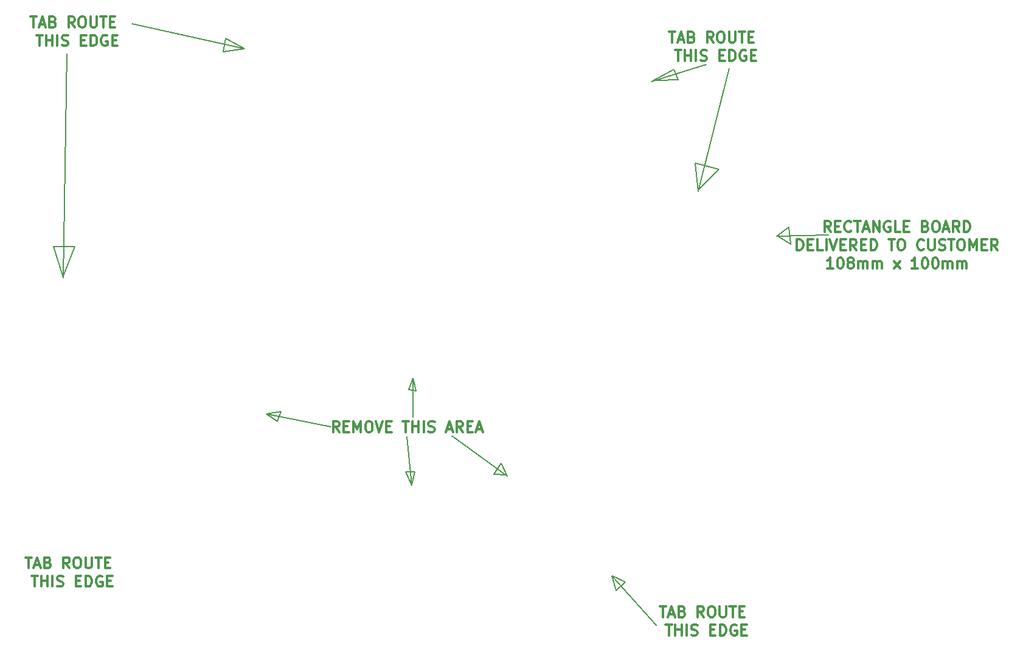
<source format=gbr>
G04 #@! TF.GenerationSoftware,KiCad,Pcbnew,(5.0.2)-1*
G04 #@! TF.CreationDate,2019-01-08T10:51:14-07:00*
G04 #@! TF.ProjectId,MagSensor,4d616753-656e-4736-9f72-2e6b69636164,rev?*
G04 #@! TF.SameCoordinates,Original*
G04 #@! TF.FileFunction,Other,Comment*
%FSLAX46Y46*%
G04 Gerber Fmt 4.6, Leading zero omitted, Abs format (unit mm)*
G04 Created by KiCad (PCBNEW (5.0.2)-1) date 1/8/2019 10:51:14 AM*
%MOMM*%
%LPD*%
G01*
G04 APERTURE LIST*
%ADD10C,0.200000*%
%ADD11C,0.300000*%
G04 APERTURE END LIST*
D10*
X109323088Y-139905684D02*
X107823088Y-138905684D01*
X109823088Y-138505684D02*
X109323088Y-139905684D01*
X107823088Y-138905684D02*
X109823088Y-138505684D01*
X116823088Y-140605684D02*
X107823088Y-138905684D01*
X128523088Y-146905684D02*
X128023088Y-148705684D01*
X127223088Y-146905684D02*
X128523088Y-146905684D01*
X128023088Y-148805684D02*
X127223088Y-146905684D01*
X127423088Y-142005684D02*
X128023088Y-148805684D01*
X139523088Y-147205684D02*
X141223088Y-147305684D01*
X140523088Y-145705684D02*
X139523088Y-147205684D01*
X141323088Y-147505684D02*
X140523088Y-145705684D01*
X133623088Y-141905684D02*
X141323088Y-147505684D01*
X128623088Y-135605684D02*
X128223088Y-133905684D01*
X127623088Y-135505684D02*
X128623088Y-135605684D01*
X128223088Y-133905684D02*
X127623088Y-135505684D01*
X128223088Y-139305684D02*
X128223088Y-133905684D01*
X170823088Y-104805684D02*
X168123088Y-107505684D01*
X167523088Y-104005684D02*
X170823088Y-104805684D01*
X167923088Y-107905684D02*
X167523088Y-104005684D01*
X172223088Y-90805684D02*
X167923088Y-107905684D01*
X165123088Y-92405684D02*
X162223088Y-92505684D01*
X164523088Y-90905684D02*
X165123088Y-92405684D01*
X161423088Y-92605684D02*
X164523088Y-90905684D01*
X169023088Y-90305684D02*
X161423088Y-92605684D01*
D11*
X163887373Y-85709255D02*
X164744516Y-85709255D01*
X164315945Y-87209255D02*
X164315945Y-85709255D01*
X165173088Y-86780684D02*
X165887373Y-86780684D01*
X165030230Y-87209255D02*
X165530230Y-85709255D01*
X166030230Y-87209255D01*
X167030230Y-86423541D02*
X167244516Y-86494969D01*
X167315945Y-86566398D01*
X167387373Y-86709255D01*
X167387373Y-86923541D01*
X167315945Y-87066398D01*
X167244516Y-87137826D01*
X167101659Y-87209255D01*
X166530230Y-87209255D01*
X166530230Y-85709255D01*
X167030230Y-85709255D01*
X167173088Y-85780684D01*
X167244516Y-85852112D01*
X167315945Y-85994969D01*
X167315945Y-86137826D01*
X167244516Y-86280684D01*
X167173088Y-86352112D01*
X167030230Y-86423541D01*
X166530230Y-86423541D01*
X170030230Y-87209255D02*
X169530230Y-86494969D01*
X169173088Y-87209255D02*
X169173088Y-85709255D01*
X169744516Y-85709255D01*
X169887373Y-85780684D01*
X169958802Y-85852112D01*
X170030230Y-85994969D01*
X170030230Y-86209255D01*
X169958802Y-86352112D01*
X169887373Y-86423541D01*
X169744516Y-86494969D01*
X169173088Y-86494969D01*
X170958802Y-85709255D02*
X171244516Y-85709255D01*
X171387373Y-85780684D01*
X171530230Y-85923541D01*
X171601659Y-86209255D01*
X171601659Y-86709255D01*
X171530230Y-86994969D01*
X171387373Y-87137826D01*
X171244516Y-87209255D01*
X170958802Y-87209255D01*
X170815945Y-87137826D01*
X170673088Y-86994969D01*
X170601659Y-86709255D01*
X170601659Y-86209255D01*
X170673088Y-85923541D01*
X170815945Y-85780684D01*
X170958802Y-85709255D01*
X172244516Y-85709255D02*
X172244516Y-86923541D01*
X172315945Y-87066398D01*
X172387373Y-87137826D01*
X172530230Y-87209255D01*
X172815945Y-87209255D01*
X172958802Y-87137826D01*
X173030230Y-87066398D01*
X173101659Y-86923541D01*
X173101659Y-85709255D01*
X173601659Y-85709255D02*
X174458802Y-85709255D01*
X174030230Y-87209255D02*
X174030230Y-85709255D01*
X174958802Y-86423541D02*
X175458802Y-86423541D01*
X175673088Y-87209255D02*
X174958802Y-87209255D01*
X174958802Y-85709255D01*
X175673088Y-85709255D01*
X164708802Y-88259255D02*
X165565945Y-88259255D01*
X165137373Y-89759255D02*
X165137373Y-88259255D01*
X166065945Y-89759255D02*
X166065945Y-88259255D01*
X166065945Y-88973541D02*
X166923088Y-88973541D01*
X166923088Y-89759255D02*
X166923088Y-88259255D01*
X167637373Y-89759255D02*
X167637373Y-88259255D01*
X168280230Y-89687826D02*
X168494516Y-89759255D01*
X168851659Y-89759255D01*
X168994516Y-89687826D01*
X169065945Y-89616398D01*
X169137373Y-89473541D01*
X169137373Y-89330684D01*
X169065945Y-89187826D01*
X168994516Y-89116398D01*
X168851659Y-89044969D01*
X168565945Y-88973541D01*
X168423088Y-88902112D01*
X168351659Y-88830684D01*
X168280230Y-88687826D01*
X168280230Y-88544969D01*
X168351659Y-88402112D01*
X168423088Y-88330684D01*
X168565945Y-88259255D01*
X168923088Y-88259255D01*
X169137373Y-88330684D01*
X170923088Y-88973541D02*
X171423088Y-88973541D01*
X171637373Y-89759255D02*
X170923088Y-89759255D01*
X170923088Y-88259255D01*
X171637373Y-88259255D01*
X172280230Y-89759255D02*
X172280230Y-88259255D01*
X172637373Y-88259255D01*
X172851659Y-88330684D01*
X172994516Y-88473541D01*
X173065945Y-88616398D01*
X173137373Y-88902112D01*
X173137373Y-89116398D01*
X173065945Y-89402112D01*
X172994516Y-89544969D01*
X172851659Y-89687826D01*
X172637373Y-89759255D01*
X172280230Y-89759255D01*
X174565945Y-88330684D02*
X174423088Y-88259255D01*
X174208802Y-88259255D01*
X173994516Y-88330684D01*
X173851659Y-88473541D01*
X173780230Y-88616398D01*
X173708802Y-88902112D01*
X173708802Y-89116398D01*
X173780230Y-89402112D01*
X173851659Y-89544969D01*
X173994516Y-89687826D01*
X174208802Y-89759255D01*
X174351659Y-89759255D01*
X174565945Y-89687826D01*
X174637373Y-89616398D01*
X174637373Y-89116398D01*
X174351659Y-89116398D01*
X175280230Y-88973541D02*
X175780230Y-88973541D01*
X175994516Y-89759255D02*
X175280230Y-89759255D01*
X175280230Y-88259255D01*
X175994516Y-88259255D01*
D10*
X81123088Y-115605684D02*
X79623088Y-119505684D01*
X78223088Y-115605684D02*
X81123088Y-115605684D01*
X79523088Y-119905684D02*
X78223088Y-115605684D01*
X80023088Y-88705684D02*
X79523088Y-119905684D01*
X101823088Y-88505684D02*
X104823088Y-88105684D01*
X102123088Y-86605684D02*
X101823088Y-88505684D01*
X104823088Y-88105684D02*
X102123088Y-86605684D01*
X89123088Y-84605684D02*
X104823088Y-88105684D01*
D11*
X74987373Y-83609255D02*
X75844516Y-83609255D01*
X75415945Y-85109255D02*
X75415945Y-83609255D01*
X76273088Y-84680684D02*
X76987373Y-84680684D01*
X76130230Y-85109255D02*
X76630230Y-83609255D01*
X77130230Y-85109255D01*
X78130230Y-84323541D02*
X78344516Y-84394969D01*
X78415945Y-84466398D01*
X78487373Y-84609255D01*
X78487373Y-84823541D01*
X78415945Y-84966398D01*
X78344516Y-85037826D01*
X78201659Y-85109255D01*
X77630230Y-85109255D01*
X77630230Y-83609255D01*
X78130230Y-83609255D01*
X78273088Y-83680684D01*
X78344516Y-83752112D01*
X78415945Y-83894969D01*
X78415945Y-84037826D01*
X78344516Y-84180684D01*
X78273088Y-84252112D01*
X78130230Y-84323541D01*
X77630230Y-84323541D01*
X81130230Y-85109255D02*
X80630230Y-84394969D01*
X80273088Y-85109255D02*
X80273088Y-83609255D01*
X80844516Y-83609255D01*
X80987373Y-83680684D01*
X81058802Y-83752112D01*
X81130230Y-83894969D01*
X81130230Y-84109255D01*
X81058802Y-84252112D01*
X80987373Y-84323541D01*
X80844516Y-84394969D01*
X80273088Y-84394969D01*
X82058802Y-83609255D02*
X82344516Y-83609255D01*
X82487373Y-83680684D01*
X82630230Y-83823541D01*
X82701659Y-84109255D01*
X82701659Y-84609255D01*
X82630230Y-84894969D01*
X82487373Y-85037826D01*
X82344516Y-85109255D01*
X82058802Y-85109255D01*
X81915945Y-85037826D01*
X81773088Y-84894969D01*
X81701659Y-84609255D01*
X81701659Y-84109255D01*
X81773088Y-83823541D01*
X81915945Y-83680684D01*
X82058802Y-83609255D01*
X83344516Y-83609255D02*
X83344516Y-84823541D01*
X83415945Y-84966398D01*
X83487373Y-85037826D01*
X83630230Y-85109255D01*
X83915945Y-85109255D01*
X84058802Y-85037826D01*
X84130230Y-84966398D01*
X84201659Y-84823541D01*
X84201659Y-83609255D01*
X84701659Y-83609255D02*
X85558802Y-83609255D01*
X85130230Y-85109255D02*
X85130230Y-83609255D01*
X86058802Y-84323541D02*
X86558802Y-84323541D01*
X86773088Y-85109255D02*
X86058802Y-85109255D01*
X86058802Y-83609255D01*
X86773088Y-83609255D01*
X75808802Y-86159255D02*
X76665945Y-86159255D01*
X76237373Y-87659255D02*
X76237373Y-86159255D01*
X77165945Y-87659255D02*
X77165945Y-86159255D01*
X77165945Y-86873541D02*
X78023088Y-86873541D01*
X78023088Y-87659255D02*
X78023088Y-86159255D01*
X78737373Y-87659255D02*
X78737373Y-86159255D01*
X79380230Y-87587826D02*
X79594516Y-87659255D01*
X79951659Y-87659255D01*
X80094516Y-87587826D01*
X80165945Y-87516398D01*
X80237373Y-87373541D01*
X80237373Y-87230684D01*
X80165945Y-87087826D01*
X80094516Y-87016398D01*
X79951659Y-86944969D01*
X79665945Y-86873541D01*
X79523088Y-86802112D01*
X79451659Y-86730684D01*
X79380230Y-86587826D01*
X79380230Y-86444969D01*
X79451659Y-86302112D01*
X79523088Y-86230684D01*
X79665945Y-86159255D01*
X80023088Y-86159255D01*
X80237373Y-86230684D01*
X82023088Y-86873541D02*
X82523088Y-86873541D01*
X82737373Y-87659255D02*
X82023088Y-87659255D01*
X82023088Y-86159255D01*
X82737373Y-86159255D01*
X83380230Y-87659255D02*
X83380230Y-86159255D01*
X83737373Y-86159255D01*
X83951659Y-86230684D01*
X84094516Y-86373541D01*
X84165945Y-86516398D01*
X84237373Y-86802112D01*
X84237373Y-87016398D01*
X84165945Y-87302112D01*
X84094516Y-87444969D01*
X83951659Y-87587826D01*
X83737373Y-87659255D01*
X83380230Y-87659255D01*
X85665945Y-86230684D02*
X85523088Y-86159255D01*
X85308802Y-86159255D01*
X85094516Y-86230684D01*
X84951659Y-86373541D01*
X84880230Y-86516398D01*
X84808802Y-86802112D01*
X84808802Y-87016398D01*
X84880230Y-87302112D01*
X84951659Y-87444969D01*
X85094516Y-87587826D01*
X85308802Y-87659255D01*
X85451659Y-87659255D01*
X85665945Y-87587826D01*
X85737373Y-87516398D01*
X85737373Y-87016398D01*
X85451659Y-87016398D01*
X86380230Y-86873541D02*
X86880230Y-86873541D01*
X87094516Y-87659255D02*
X86380230Y-87659255D01*
X86380230Y-86159255D01*
X87094516Y-86159255D01*
X74287373Y-158809255D02*
X75144516Y-158809255D01*
X74715945Y-160309255D02*
X74715945Y-158809255D01*
X75573088Y-159880684D02*
X76287373Y-159880684D01*
X75430230Y-160309255D02*
X75930230Y-158809255D01*
X76430230Y-160309255D01*
X77430230Y-159523541D02*
X77644516Y-159594969D01*
X77715945Y-159666398D01*
X77787373Y-159809255D01*
X77787373Y-160023541D01*
X77715945Y-160166398D01*
X77644516Y-160237826D01*
X77501659Y-160309255D01*
X76930230Y-160309255D01*
X76930230Y-158809255D01*
X77430230Y-158809255D01*
X77573088Y-158880684D01*
X77644516Y-158952112D01*
X77715945Y-159094969D01*
X77715945Y-159237826D01*
X77644516Y-159380684D01*
X77573088Y-159452112D01*
X77430230Y-159523541D01*
X76930230Y-159523541D01*
X80430230Y-160309255D02*
X79930230Y-159594969D01*
X79573088Y-160309255D02*
X79573088Y-158809255D01*
X80144516Y-158809255D01*
X80287373Y-158880684D01*
X80358802Y-158952112D01*
X80430230Y-159094969D01*
X80430230Y-159309255D01*
X80358802Y-159452112D01*
X80287373Y-159523541D01*
X80144516Y-159594969D01*
X79573088Y-159594969D01*
X81358802Y-158809255D02*
X81644516Y-158809255D01*
X81787373Y-158880684D01*
X81930230Y-159023541D01*
X82001659Y-159309255D01*
X82001659Y-159809255D01*
X81930230Y-160094969D01*
X81787373Y-160237826D01*
X81644516Y-160309255D01*
X81358802Y-160309255D01*
X81215945Y-160237826D01*
X81073088Y-160094969D01*
X81001659Y-159809255D01*
X81001659Y-159309255D01*
X81073088Y-159023541D01*
X81215945Y-158880684D01*
X81358802Y-158809255D01*
X82644516Y-158809255D02*
X82644516Y-160023541D01*
X82715945Y-160166398D01*
X82787373Y-160237826D01*
X82930230Y-160309255D01*
X83215945Y-160309255D01*
X83358802Y-160237826D01*
X83430230Y-160166398D01*
X83501659Y-160023541D01*
X83501659Y-158809255D01*
X84001659Y-158809255D02*
X84858802Y-158809255D01*
X84430230Y-160309255D02*
X84430230Y-158809255D01*
X85358802Y-159523541D02*
X85858802Y-159523541D01*
X86073088Y-160309255D02*
X85358802Y-160309255D01*
X85358802Y-158809255D01*
X86073088Y-158809255D01*
X75108802Y-161359255D02*
X75965945Y-161359255D01*
X75537373Y-162859255D02*
X75537373Y-161359255D01*
X76465945Y-162859255D02*
X76465945Y-161359255D01*
X76465945Y-162073541D02*
X77323088Y-162073541D01*
X77323088Y-162859255D02*
X77323088Y-161359255D01*
X78037373Y-162859255D02*
X78037373Y-161359255D01*
X78680230Y-162787826D02*
X78894516Y-162859255D01*
X79251659Y-162859255D01*
X79394516Y-162787826D01*
X79465945Y-162716398D01*
X79537373Y-162573541D01*
X79537373Y-162430684D01*
X79465945Y-162287826D01*
X79394516Y-162216398D01*
X79251659Y-162144969D01*
X78965945Y-162073541D01*
X78823088Y-162002112D01*
X78751659Y-161930684D01*
X78680230Y-161787826D01*
X78680230Y-161644969D01*
X78751659Y-161502112D01*
X78823088Y-161430684D01*
X78965945Y-161359255D01*
X79323088Y-161359255D01*
X79537373Y-161430684D01*
X81323088Y-162073541D02*
X81823088Y-162073541D01*
X82037373Y-162859255D02*
X81323088Y-162859255D01*
X81323088Y-161359255D01*
X82037373Y-161359255D01*
X82680230Y-162859255D02*
X82680230Y-161359255D01*
X83037373Y-161359255D01*
X83251659Y-161430684D01*
X83394516Y-161573541D01*
X83465945Y-161716398D01*
X83537373Y-162002112D01*
X83537373Y-162216398D01*
X83465945Y-162502112D01*
X83394516Y-162644969D01*
X83251659Y-162787826D01*
X83037373Y-162859255D01*
X82680230Y-162859255D01*
X84965945Y-161430684D02*
X84823088Y-161359255D01*
X84608802Y-161359255D01*
X84394516Y-161430684D01*
X84251659Y-161573541D01*
X84180230Y-161716398D01*
X84108802Y-162002112D01*
X84108802Y-162216398D01*
X84180230Y-162502112D01*
X84251659Y-162644969D01*
X84394516Y-162787826D01*
X84608802Y-162859255D01*
X84751659Y-162859255D01*
X84965945Y-162787826D01*
X85037373Y-162716398D01*
X85037373Y-162216398D01*
X84751659Y-162216398D01*
X85680230Y-162073541D02*
X86180230Y-162073541D01*
X86394516Y-162859255D02*
X85680230Y-162859255D01*
X85680230Y-161359255D01*
X86394516Y-161359255D01*
D10*
X157823088Y-162205684D02*
X156023088Y-161405684D01*
X156523088Y-163405684D02*
X157823088Y-162205684D01*
X155923088Y-161405684D02*
X156523088Y-163405684D01*
X162123088Y-168205684D02*
X155923088Y-161405684D01*
D11*
X162587373Y-165609255D02*
X163444516Y-165609255D01*
X163015945Y-167109255D02*
X163015945Y-165609255D01*
X163873088Y-166680684D02*
X164587373Y-166680684D01*
X163730230Y-167109255D02*
X164230230Y-165609255D01*
X164730230Y-167109255D01*
X165730230Y-166323541D02*
X165944516Y-166394969D01*
X166015945Y-166466398D01*
X166087373Y-166609255D01*
X166087373Y-166823541D01*
X166015945Y-166966398D01*
X165944516Y-167037826D01*
X165801659Y-167109255D01*
X165230230Y-167109255D01*
X165230230Y-165609255D01*
X165730230Y-165609255D01*
X165873088Y-165680684D01*
X165944516Y-165752112D01*
X166015945Y-165894969D01*
X166015945Y-166037826D01*
X165944516Y-166180684D01*
X165873088Y-166252112D01*
X165730230Y-166323541D01*
X165230230Y-166323541D01*
X168730230Y-167109255D02*
X168230230Y-166394969D01*
X167873088Y-167109255D02*
X167873088Y-165609255D01*
X168444516Y-165609255D01*
X168587373Y-165680684D01*
X168658802Y-165752112D01*
X168730230Y-165894969D01*
X168730230Y-166109255D01*
X168658802Y-166252112D01*
X168587373Y-166323541D01*
X168444516Y-166394969D01*
X167873088Y-166394969D01*
X169658802Y-165609255D02*
X169944516Y-165609255D01*
X170087373Y-165680684D01*
X170230230Y-165823541D01*
X170301659Y-166109255D01*
X170301659Y-166609255D01*
X170230230Y-166894969D01*
X170087373Y-167037826D01*
X169944516Y-167109255D01*
X169658802Y-167109255D01*
X169515945Y-167037826D01*
X169373088Y-166894969D01*
X169301659Y-166609255D01*
X169301659Y-166109255D01*
X169373088Y-165823541D01*
X169515945Y-165680684D01*
X169658802Y-165609255D01*
X170944516Y-165609255D02*
X170944516Y-166823541D01*
X171015945Y-166966398D01*
X171087373Y-167037826D01*
X171230230Y-167109255D01*
X171515945Y-167109255D01*
X171658802Y-167037826D01*
X171730230Y-166966398D01*
X171801659Y-166823541D01*
X171801659Y-165609255D01*
X172301659Y-165609255D02*
X173158802Y-165609255D01*
X172730230Y-167109255D02*
X172730230Y-165609255D01*
X173658802Y-166323541D02*
X174158802Y-166323541D01*
X174373088Y-167109255D02*
X173658802Y-167109255D01*
X173658802Y-165609255D01*
X174373088Y-165609255D01*
X163408802Y-168159255D02*
X164265945Y-168159255D01*
X163837373Y-169659255D02*
X163837373Y-168159255D01*
X164765945Y-169659255D02*
X164765945Y-168159255D01*
X164765945Y-168873541D02*
X165623088Y-168873541D01*
X165623088Y-169659255D02*
X165623088Y-168159255D01*
X166337373Y-169659255D02*
X166337373Y-168159255D01*
X166980230Y-169587826D02*
X167194516Y-169659255D01*
X167551659Y-169659255D01*
X167694516Y-169587826D01*
X167765945Y-169516398D01*
X167837373Y-169373541D01*
X167837373Y-169230684D01*
X167765945Y-169087826D01*
X167694516Y-169016398D01*
X167551659Y-168944969D01*
X167265945Y-168873541D01*
X167123088Y-168802112D01*
X167051659Y-168730684D01*
X166980230Y-168587826D01*
X166980230Y-168444969D01*
X167051659Y-168302112D01*
X167123088Y-168230684D01*
X167265945Y-168159255D01*
X167623088Y-168159255D01*
X167837373Y-168230684D01*
X169623088Y-168873541D02*
X170123088Y-168873541D01*
X170337373Y-169659255D02*
X169623088Y-169659255D01*
X169623088Y-168159255D01*
X170337373Y-168159255D01*
X170980230Y-169659255D02*
X170980230Y-168159255D01*
X171337373Y-168159255D01*
X171551659Y-168230684D01*
X171694516Y-168373541D01*
X171765945Y-168516398D01*
X171837373Y-168802112D01*
X171837373Y-169016398D01*
X171765945Y-169302112D01*
X171694516Y-169444969D01*
X171551659Y-169587826D01*
X171337373Y-169659255D01*
X170980230Y-169659255D01*
X173265945Y-168230684D02*
X173123088Y-168159255D01*
X172908802Y-168159255D01*
X172694516Y-168230684D01*
X172551659Y-168373541D01*
X172480230Y-168516398D01*
X172408802Y-168802112D01*
X172408802Y-169016398D01*
X172480230Y-169302112D01*
X172551659Y-169444969D01*
X172694516Y-169587826D01*
X172908802Y-169659255D01*
X173051659Y-169659255D01*
X173265945Y-169587826D01*
X173337373Y-169516398D01*
X173337373Y-169016398D01*
X173051659Y-169016398D01*
X173980230Y-168873541D02*
X174480230Y-168873541D01*
X174694516Y-169659255D02*
X173980230Y-169659255D01*
X173980230Y-168159255D01*
X174694516Y-168159255D01*
D10*
X180823088Y-115205684D02*
X179023088Y-114105684D01*
X180523088Y-112905684D02*
X180823088Y-115205684D01*
X178823088Y-114105684D02*
X180523088Y-112905684D01*
X186023088Y-114005684D02*
X178823088Y-114105684D01*
D11*
X186373088Y-113534255D02*
X185873088Y-112819969D01*
X185515945Y-113534255D02*
X185515945Y-112034255D01*
X186087373Y-112034255D01*
X186230230Y-112105684D01*
X186301659Y-112177112D01*
X186373088Y-112319969D01*
X186373088Y-112534255D01*
X186301659Y-112677112D01*
X186230230Y-112748541D01*
X186087373Y-112819969D01*
X185515945Y-112819969D01*
X187015945Y-112748541D02*
X187515945Y-112748541D01*
X187730230Y-113534255D02*
X187015945Y-113534255D01*
X187015945Y-112034255D01*
X187730230Y-112034255D01*
X189230230Y-113391398D02*
X189158802Y-113462826D01*
X188944516Y-113534255D01*
X188801659Y-113534255D01*
X188587373Y-113462826D01*
X188444516Y-113319969D01*
X188373088Y-113177112D01*
X188301659Y-112891398D01*
X188301659Y-112677112D01*
X188373088Y-112391398D01*
X188444516Y-112248541D01*
X188587373Y-112105684D01*
X188801659Y-112034255D01*
X188944516Y-112034255D01*
X189158802Y-112105684D01*
X189230230Y-112177112D01*
X189658802Y-112034255D02*
X190515945Y-112034255D01*
X190087373Y-113534255D02*
X190087373Y-112034255D01*
X190944516Y-113105684D02*
X191658802Y-113105684D01*
X190801659Y-113534255D02*
X191301659Y-112034255D01*
X191801659Y-113534255D01*
X192301659Y-113534255D02*
X192301659Y-112034255D01*
X193158802Y-113534255D01*
X193158802Y-112034255D01*
X194658802Y-112105684D02*
X194515945Y-112034255D01*
X194301659Y-112034255D01*
X194087373Y-112105684D01*
X193944516Y-112248541D01*
X193873088Y-112391398D01*
X193801659Y-112677112D01*
X193801659Y-112891398D01*
X193873088Y-113177112D01*
X193944516Y-113319969D01*
X194087373Y-113462826D01*
X194301659Y-113534255D01*
X194444516Y-113534255D01*
X194658802Y-113462826D01*
X194730230Y-113391398D01*
X194730230Y-112891398D01*
X194444516Y-112891398D01*
X196087373Y-113534255D02*
X195373088Y-113534255D01*
X195373088Y-112034255D01*
X196587373Y-112748541D02*
X197087373Y-112748541D01*
X197301659Y-113534255D02*
X196587373Y-113534255D01*
X196587373Y-112034255D01*
X197301659Y-112034255D01*
X199587373Y-112748541D02*
X199801659Y-112819969D01*
X199873088Y-112891398D01*
X199944516Y-113034255D01*
X199944516Y-113248541D01*
X199873088Y-113391398D01*
X199801659Y-113462826D01*
X199658802Y-113534255D01*
X199087373Y-113534255D01*
X199087373Y-112034255D01*
X199587373Y-112034255D01*
X199730230Y-112105684D01*
X199801659Y-112177112D01*
X199873088Y-112319969D01*
X199873088Y-112462826D01*
X199801659Y-112605684D01*
X199730230Y-112677112D01*
X199587373Y-112748541D01*
X199087373Y-112748541D01*
X200873088Y-112034255D02*
X201158802Y-112034255D01*
X201301659Y-112105684D01*
X201444516Y-112248541D01*
X201515945Y-112534255D01*
X201515945Y-113034255D01*
X201444516Y-113319969D01*
X201301659Y-113462826D01*
X201158802Y-113534255D01*
X200873088Y-113534255D01*
X200730230Y-113462826D01*
X200587373Y-113319969D01*
X200515945Y-113034255D01*
X200515945Y-112534255D01*
X200587373Y-112248541D01*
X200730230Y-112105684D01*
X200873088Y-112034255D01*
X202087373Y-113105684D02*
X202801659Y-113105684D01*
X201944516Y-113534255D02*
X202444516Y-112034255D01*
X202944516Y-113534255D01*
X204301659Y-113534255D02*
X203801659Y-112819969D01*
X203444516Y-113534255D02*
X203444516Y-112034255D01*
X204015945Y-112034255D01*
X204158802Y-112105684D01*
X204230230Y-112177112D01*
X204301659Y-112319969D01*
X204301659Y-112534255D01*
X204230230Y-112677112D01*
X204158802Y-112748541D01*
X204015945Y-112819969D01*
X203444516Y-112819969D01*
X204944516Y-113534255D02*
X204944516Y-112034255D01*
X205301659Y-112034255D01*
X205515945Y-112105684D01*
X205658802Y-112248541D01*
X205730230Y-112391398D01*
X205801659Y-112677112D01*
X205801659Y-112891398D01*
X205730230Y-113177112D01*
X205658802Y-113319969D01*
X205515945Y-113462826D01*
X205301659Y-113534255D01*
X204944516Y-113534255D01*
X181694516Y-116084255D02*
X181694516Y-114584255D01*
X182051659Y-114584255D01*
X182265945Y-114655684D01*
X182408802Y-114798541D01*
X182480230Y-114941398D01*
X182551659Y-115227112D01*
X182551659Y-115441398D01*
X182480230Y-115727112D01*
X182408802Y-115869969D01*
X182265945Y-116012826D01*
X182051659Y-116084255D01*
X181694516Y-116084255D01*
X183194516Y-115298541D02*
X183694516Y-115298541D01*
X183908802Y-116084255D02*
X183194516Y-116084255D01*
X183194516Y-114584255D01*
X183908802Y-114584255D01*
X185265945Y-116084255D02*
X184551659Y-116084255D01*
X184551659Y-114584255D01*
X185765945Y-116084255D02*
X185765945Y-114584255D01*
X186265945Y-114584255D02*
X186765945Y-116084255D01*
X187265945Y-114584255D01*
X187765945Y-115298541D02*
X188265945Y-115298541D01*
X188480230Y-116084255D02*
X187765945Y-116084255D01*
X187765945Y-114584255D01*
X188480230Y-114584255D01*
X189980230Y-116084255D02*
X189480230Y-115369969D01*
X189123088Y-116084255D02*
X189123088Y-114584255D01*
X189694516Y-114584255D01*
X189837373Y-114655684D01*
X189908802Y-114727112D01*
X189980230Y-114869969D01*
X189980230Y-115084255D01*
X189908802Y-115227112D01*
X189837373Y-115298541D01*
X189694516Y-115369969D01*
X189123088Y-115369969D01*
X190623088Y-115298541D02*
X191123088Y-115298541D01*
X191337373Y-116084255D02*
X190623088Y-116084255D01*
X190623088Y-114584255D01*
X191337373Y-114584255D01*
X191980230Y-116084255D02*
X191980230Y-114584255D01*
X192337373Y-114584255D01*
X192551659Y-114655684D01*
X192694516Y-114798541D01*
X192765945Y-114941398D01*
X192837373Y-115227112D01*
X192837373Y-115441398D01*
X192765945Y-115727112D01*
X192694516Y-115869969D01*
X192551659Y-116012826D01*
X192337373Y-116084255D01*
X191980230Y-116084255D01*
X194408802Y-114584255D02*
X195265945Y-114584255D01*
X194837373Y-116084255D02*
X194837373Y-114584255D01*
X196051659Y-114584255D02*
X196337373Y-114584255D01*
X196480230Y-114655684D01*
X196623087Y-114798541D01*
X196694516Y-115084255D01*
X196694516Y-115584255D01*
X196623087Y-115869969D01*
X196480230Y-116012826D01*
X196337373Y-116084255D01*
X196051659Y-116084255D01*
X195908802Y-116012826D01*
X195765945Y-115869969D01*
X195694516Y-115584255D01*
X195694516Y-115084255D01*
X195765945Y-114798541D01*
X195908802Y-114655684D01*
X196051659Y-114584255D01*
X199337373Y-115941398D02*
X199265945Y-116012826D01*
X199051659Y-116084255D01*
X198908802Y-116084255D01*
X198694516Y-116012826D01*
X198551659Y-115869969D01*
X198480230Y-115727112D01*
X198408802Y-115441398D01*
X198408802Y-115227112D01*
X198480230Y-114941398D01*
X198551659Y-114798541D01*
X198694516Y-114655684D01*
X198908802Y-114584255D01*
X199051659Y-114584255D01*
X199265945Y-114655684D01*
X199337373Y-114727112D01*
X199980230Y-114584255D02*
X199980230Y-115798541D01*
X200051659Y-115941398D01*
X200123087Y-116012826D01*
X200265945Y-116084255D01*
X200551659Y-116084255D01*
X200694516Y-116012826D01*
X200765945Y-115941398D01*
X200837373Y-115798541D01*
X200837373Y-114584255D01*
X201480230Y-116012826D02*
X201694516Y-116084255D01*
X202051659Y-116084255D01*
X202194516Y-116012826D01*
X202265945Y-115941398D01*
X202337373Y-115798541D01*
X202337373Y-115655684D01*
X202265945Y-115512826D01*
X202194516Y-115441398D01*
X202051659Y-115369969D01*
X201765945Y-115298541D01*
X201623087Y-115227112D01*
X201551659Y-115155684D01*
X201480230Y-115012826D01*
X201480230Y-114869969D01*
X201551659Y-114727112D01*
X201623087Y-114655684D01*
X201765945Y-114584255D01*
X202123087Y-114584255D01*
X202337373Y-114655684D01*
X202765945Y-114584255D02*
X203623087Y-114584255D01*
X203194516Y-116084255D02*
X203194516Y-114584255D01*
X204408802Y-114584255D02*
X204694516Y-114584255D01*
X204837373Y-114655684D01*
X204980230Y-114798541D01*
X205051659Y-115084255D01*
X205051659Y-115584255D01*
X204980230Y-115869969D01*
X204837373Y-116012826D01*
X204694516Y-116084255D01*
X204408802Y-116084255D01*
X204265945Y-116012826D01*
X204123087Y-115869969D01*
X204051659Y-115584255D01*
X204051659Y-115084255D01*
X204123087Y-114798541D01*
X204265945Y-114655684D01*
X204408802Y-114584255D01*
X205694516Y-116084255D02*
X205694516Y-114584255D01*
X206194516Y-115655684D01*
X206694516Y-114584255D01*
X206694516Y-116084255D01*
X207408802Y-115298541D02*
X207908802Y-115298541D01*
X208123087Y-116084255D02*
X207408802Y-116084255D01*
X207408802Y-114584255D01*
X208123087Y-114584255D01*
X209623087Y-116084255D02*
X209123087Y-115369969D01*
X208765945Y-116084255D02*
X208765945Y-114584255D01*
X209337373Y-114584255D01*
X209480230Y-114655684D01*
X209551659Y-114727112D01*
X209623087Y-114869969D01*
X209623087Y-115084255D01*
X209551659Y-115227112D01*
X209480230Y-115298541D01*
X209337373Y-115369969D01*
X208765945Y-115369969D01*
X186730230Y-118634255D02*
X185873088Y-118634255D01*
X186301659Y-118634255D02*
X186301659Y-117134255D01*
X186158802Y-117348541D01*
X186015945Y-117491398D01*
X185873088Y-117562826D01*
X187658802Y-117134255D02*
X187801659Y-117134255D01*
X187944516Y-117205684D01*
X188015945Y-117277112D01*
X188087373Y-117419969D01*
X188158802Y-117705684D01*
X188158802Y-118062826D01*
X188087373Y-118348541D01*
X188015945Y-118491398D01*
X187944516Y-118562826D01*
X187801659Y-118634255D01*
X187658802Y-118634255D01*
X187515945Y-118562826D01*
X187444516Y-118491398D01*
X187373088Y-118348541D01*
X187301659Y-118062826D01*
X187301659Y-117705684D01*
X187373088Y-117419969D01*
X187444516Y-117277112D01*
X187515945Y-117205684D01*
X187658802Y-117134255D01*
X189015945Y-117777112D02*
X188873088Y-117705684D01*
X188801659Y-117634255D01*
X188730230Y-117491398D01*
X188730230Y-117419969D01*
X188801659Y-117277112D01*
X188873088Y-117205684D01*
X189015945Y-117134255D01*
X189301659Y-117134255D01*
X189444516Y-117205684D01*
X189515945Y-117277112D01*
X189587373Y-117419969D01*
X189587373Y-117491398D01*
X189515945Y-117634255D01*
X189444516Y-117705684D01*
X189301659Y-117777112D01*
X189015945Y-117777112D01*
X188873088Y-117848541D01*
X188801659Y-117919969D01*
X188730230Y-118062826D01*
X188730230Y-118348541D01*
X188801659Y-118491398D01*
X188873088Y-118562826D01*
X189015945Y-118634255D01*
X189301659Y-118634255D01*
X189444516Y-118562826D01*
X189515945Y-118491398D01*
X189587373Y-118348541D01*
X189587373Y-118062826D01*
X189515945Y-117919969D01*
X189444516Y-117848541D01*
X189301659Y-117777112D01*
X190230230Y-118634255D02*
X190230230Y-117634255D01*
X190230230Y-117777112D02*
X190301659Y-117705684D01*
X190444516Y-117634255D01*
X190658802Y-117634255D01*
X190801659Y-117705684D01*
X190873088Y-117848541D01*
X190873088Y-118634255D01*
X190873088Y-117848541D02*
X190944516Y-117705684D01*
X191087373Y-117634255D01*
X191301659Y-117634255D01*
X191444516Y-117705684D01*
X191515945Y-117848541D01*
X191515945Y-118634255D01*
X192230230Y-118634255D02*
X192230230Y-117634255D01*
X192230230Y-117777112D02*
X192301659Y-117705684D01*
X192444516Y-117634255D01*
X192658802Y-117634255D01*
X192801659Y-117705684D01*
X192873088Y-117848541D01*
X192873088Y-118634255D01*
X192873088Y-117848541D02*
X192944516Y-117705684D01*
X193087373Y-117634255D01*
X193301659Y-117634255D01*
X193444516Y-117705684D01*
X193515945Y-117848541D01*
X193515945Y-118634255D01*
X195230230Y-118634255D02*
X196015945Y-117634255D01*
X195230230Y-117634255D02*
X196015945Y-118634255D01*
X198515945Y-118634255D02*
X197658802Y-118634255D01*
X198087373Y-118634255D02*
X198087373Y-117134255D01*
X197944516Y-117348541D01*
X197801659Y-117491398D01*
X197658802Y-117562826D01*
X199444516Y-117134255D02*
X199587373Y-117134255D01*
X199730230Y-117205684D01*
X199801659Y-117277112D01*
X199873088Y-117419969D01*
X199944516Y-117705684D01*
X199944516Y-118062826D01*
X199873088Y-118348541D01*
X199801659Y-118491398D01*
X199730230Y-118562826D01*
X199587373Y-118634255D01*
X199444516Y-118634255D01*
X199301659Y-118562826D01*
X199230230Y-118491398D01*
X199158802Y-118348541D01*
X199087373Y-118062826D01*
X199087373Y-117705684D01*
X199158802Y-117419969D01*
X199230230Y-117277112D01*
X199301659Y-117205684D01*
X199444516Y-117134255D01*
X200873088Y-117134255D02*
X201015945Y-117134255D01*
X201158802Y-117205684D01*
X201230230Y-117277112D01*
X201301659Y-117419969D01*
X201373088Y-117705684D01*
X201373088Y-118062826D01*
X201301659Y-118348541D01*
X201230230Y-118491398D01*
X201158802Y-118562826D01*
X201015945Y-118634255D01*
X200873088Y-118634255D01*
X200730230Y-118562826D01*
X200658802Y-118491398D01*
X200587373Y-118348541D01*
X200515945Y-118062826D01*
X200515945Y-117705684D01*
X200587373Y-117419969D01*
X200658802Y-117277112D01*
X200730230Y-117205684D01*
X200873088Y-117134255D01*
X202015945Y-118634255D02*
X202015945Y-117634255D01*
X202015945Y-117777112D02*
X202087373Y-117705684D01*
X202230230Y-117634255D01*
X202444516Y-117634255D01*
X202587373Y-117705684D01*
X202658802Y-117848541D01*
X202658802Y-118634255D01*
X202658802Y-117848541D02*
X202730230Y-117705684D01*
X202873088Y-117634255D01*
X203087373Y-117634255D01*
X203230230Y-117705684D01*
X203301659Y-117848541D01*
X203301659Y-118634255D01*
X204015945Y-118634255D02*
X204015945Y-117634255D01*
X204015945Y-117777112D02*
X204087373Y-117705684D01*
X204230230Y-117634255D01*
X204444516Y-117634255D01*
X204587373Y-117705684D01*
X204658802Y-117848541D01*
X204658802Y-118634255D01*
X204658802Y-117848541D02*
X204730230Y-117705684D01*
X204873088Y-117634255D01*
X205087373Y-117634255D01*
X205230230Y-117705684D01*
X205301659Y-117848541D01*
X205301659Y-118634255D01*
X117958802Y-141384255D02*
X117458802Y-140669969D01*
X117101659Y-141384255D02*
X117101659Y-139884255D01*
X117673088Y-139884255D01*
X117815945Y-139955684D01*
X117887373Y-140027112D01*
X117958802Y-140169969D01*
X117958802Y-140384255D01*
X117887373Y-140527112D01*
X117815945Y-140598541D01*
X117673088Y-140669969D01*
X117101659Y-140669969D01*
X118601659Y-140598541D02*
X119101659Y-140598541D01*
X119315945Y-141384255D02*
X118601659Y-141384255D01*
X118601659Y-139884255D01*
X119315945Y-139884255D01*
X119958802Y-141384255D02*
X119958802Y-139884255D01*
X120458802Y-140955684D01*
X120958802Y-139884255D01*
X120958802Y-141384255D01*
X121958802Y-139884255D02*
X122244516Y-139884255D01*
X122387373Y-139955684D01*
X122530230Y-140098541D01*
X122601659Y-140384255D01*
X122601659Y-140884255D01*
X122530230Y-141169969D01*
X122387373Y-141312826D01*
X122244516Y-141384255D01*
X121958802Y-141384255D01*
X121815945Y-141312826D01*
X121673088Y-141169969D01*
X121601659Y-140884255D01*
X121601659Y-140384255D01*
X121673088Y-140098541D01*
X121815945Y-139955684D01*
X121958802Y-139884255D01*
X123030230Y-139884255D02*
X123530230Y-141384255D01*
X124030230Y-139884255D01*
X124530230Y-140598541D02*
X125030230Y-140598541D01*
X125244516Y-141384255D02*
X124530230Y-141384255D01*
X124530230Y-139884255D01*
X125244516Y-139884255D01*
X126815945Y-139884255D02*
X127673088Y-139884255D01*
X127244516Y-141384255D02*
X127244516Y-139884255D01*
X128173087Y-141384255D02*
X128173087Y-139884255D01*
X128173087Y-140598541D02*
X129030230Y-140598541D01*
X129030230Y-141384255D02*
X129030230Y-139884255D01*
X129744516Y-141384255D02*
X129744516Y-139884255D01*
X130387373Y-141312826D02*
X130601659Y-141384255D01*
X130958802Y-141384255D01*
X131101659Y-141312826D01*
X131173087Y-141241398D01*
X131244516Y-141098541D01*
X131244516Y-140955684D01*
X131173087Y-140812826D01*
X131101659Y-140741398D01*
X130958802Y-140669969D01*
X130673087Y-140598541D01*
X130530230Y-140527112D01*
X130458802Y-140455684D01*
X130387373Y-140312826D01*
X130387373Y-140169969D01*
X130458802Y-140027112D01*
X130530230Y-139955684D01*
X130673087Y-139884255D01*
X131030230Y-139884255D01*
X131244516Y-139955684D01*
X132958802Y-140955684D02*
X133673088Y-140955684D01*
X132815945Y-141384255D02*
X133315945Y-139884255D01*
X133815945Y-141384255D01*
X135173088Y-141384255D02*
X134673088Y-140669969D01*
X134315945Y-141384255D02*
X134315945Y-139884255D01*
X134887373Y-139884255D01*
X135030230Y-139955684D01*
X135101659Y-140027112D01*
X135173088Y-140169969D01*
X135173088Y-140384255D01*
X135101659Y-140527112D01*
X135030230Y-140598541D01*
X134887373Y-140669969D01*
X134315945Y-140669969D01*
X135815945Y-140598541D02*
X136315945Y-140598541D01*
X136530230Y-141384255D02*
X135815945Y-141384255D01*
X135815945Y-139884255D01*
X136530230Y-139884255D01*
X137101659Y-140955684D02*
X137815945Y-140955684D01*
X136958802Y-141384255D02*
X137458802Y-139884255D01*
X137958802Y-141384255D01*
M02*

</source>
